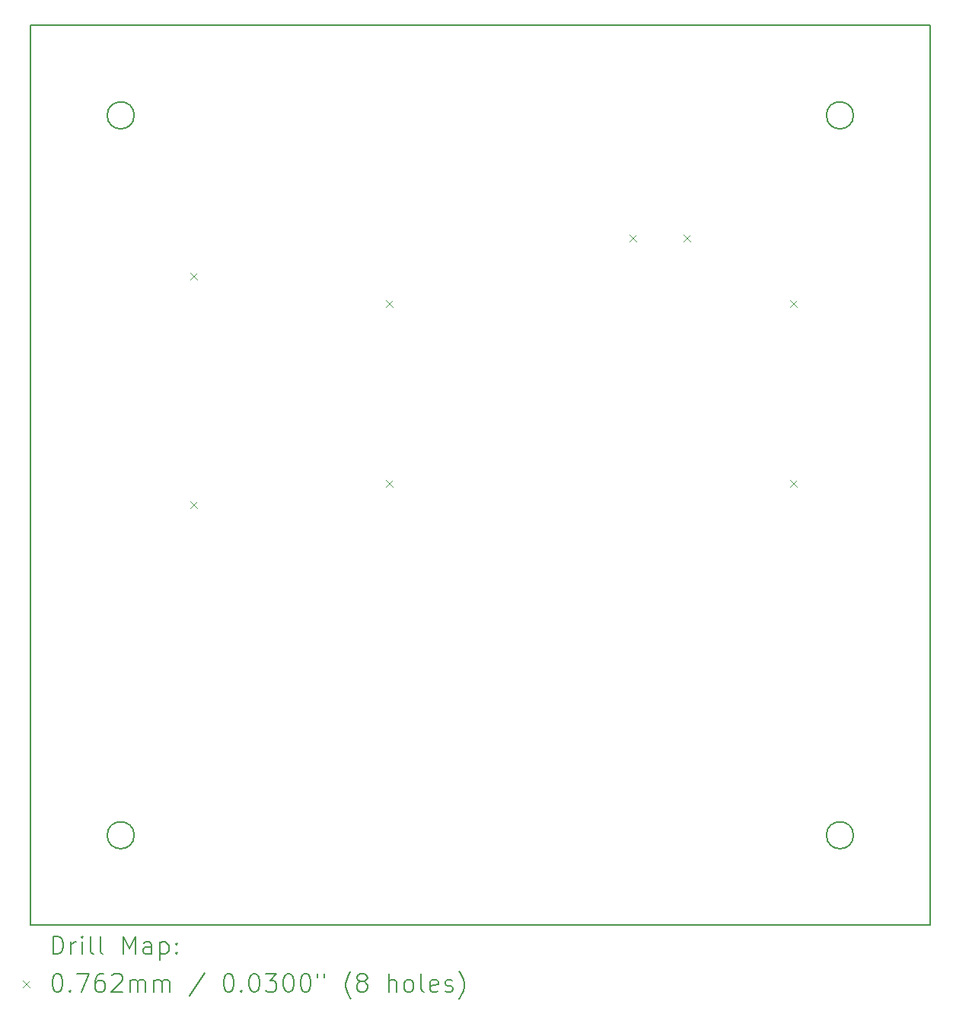
<source format=gbr>
%TF.GenerationSoftware,KiCad,Pcbnew,(6.0.7)*%
%TF.CreationDate,2022-09-05T15:17:20+08:00*%
%TF.ProjectId,6_7_3,365f375f-332e-46b6-9963-61645f706362,rev?*%
%TF.SameCoordinates,Original*%
%TF.FileFunction,Drillmap*%
%TF.FilePolarity,Positive*%
%FSLAX45Y45*%
G04 Gerber Fmt 4.5, Leading zero omitted, Abs format (unit mm)*
G04 Created by KiCad (PCBNEW (6.0.7)) date 2022-09-05 15:17:20*
%MOMM*%
%LPD*%
G01*
G04 APERTURE LIST*
%ADD10C,0.200000*%
%ADD11C,0.076200*%
G04 APERTURE END LIST*
D10*
X2350000Y-2200000D02*
G75*
G03*
X2350000Y-2200000I-150000J0D01*
G01*
X1200000Y-1200000D02*
X11200000Y-1200000D01*
X11200000Y-1200000D02*
X11200000Y-11200000D01*
X11200000Y-11200000D02*
X1200000Y-11200000D01*
X1200000Y-11200000D02*
X1200000Y-1200000D01*
X10350000Y-10200000D02*
G75*
G03*
X10350000Y-10200000I-150000J0D01*
G01*
X10350000Y-2200000D02*
G75*
G03*
X10350000Y-2200000I-150000J0D01*
G01*
X2350000Y-10200000D02*
G75*
G03*
X2350000Y-10200000I-150000J0D01*
G01*
D11*
X2976880Y-3947160D02*
X3053080Y-4023360D01*
X3053080Y-3947160D02*
X2976880Y-4023360D01*
X2976880Y-6487160D02*
X3053080Y-6563360D01*
X3053080Y-6487160D02*
X2976880Y-6563360D01*
X5146040Y-4252720D02*
X5222240Y-4328920D01*
X5222240Y-4252720D02*
X5146040Y-4328920D01*
X5146040Y-6252720D02*
X5222240Y-6328920D01*
X5222240Y-6252720D02*
X5146040Y-6328920D01*
X7863560Y-3528060D02*
X7939760Y-3604260D01*
X7939760Y-3528060D02*
X7863560Y-3604260D01*
X8463560Y-3528060D02*
X8539760Y-3604260D01*
X8539760Y-3528060D02*
X8463560Y-3604260D01*
X9644380Y-4252720D02*
X9720580Y-4328920D01*
X9720580Y-4252720D02*
X9644380Y-4328920D01*
X9644380Y-6252720D02*
X9720580Y-6328920D01*
X9720580Y-6252720D02*
X9644380Y-6328920D01*
D10*
X1447619Y-11520476D02*
X1447619Y-11320476D01*
X1495238Y-11320476D01*
X1523809Y-11330000D01*
X1542857Y-11349048D01*
X1552381Y-11368095D01*
X1561905Y-11406190D01*
X1561905Y-11434762D01*
X1552381Y-11472857D01*
X1542857Y-11491905D01*
X1523809Y-11510952D01*
X1495238Y-11520476D01*
X1447619Y-11520476D01*
X1647619Y-11520476D02*
X1647619Y-11387143D01*
X1647619Y-11425238D02*
X1657143Y-11406190D01*
X1666667Y-11396667D01*
X1685714Y-11387143D01*
X1704762Y-11387143D01*
X1771428Y-11520476D02*
X1771428Y-11387143D01*
X1771428Y-11320476D02*
X1761905Y-11330000D01*
X1771428Y-11339524D01*
X1780952Y-11330000D01*
X1771428Y-11320476D01*
X1771428Y-11339524D01*
X1895238Y-11520476D02*
X1876190Y-11510952D01*
X1866667Y-11491905D01*
X1866667Y-11320476D01*
X2000000Y-11520476D02*
X1980952Y-11510952D01*
X1971428Y-11491905D01*
X1971428Y-11320476D01*
X2228571Y-11520476D02*
X2228571Y-11320476D01*
X2295238Y-11463333D01*
X2361905Y-11320476D01*
X2361905Y-11520476D01*
X2542857Y-11520476D02*
X2542857Y-11415714D01*
X2533333Y-11396667D01*
X2514286Y-11387143D01*
X2476190Y-11387143D01*
X2457143Y-11396667D01*
X2542857Y-11510952D02*
X2523810Y-11520476D01*
X2476190Y-11520476D01*
X2457143Y-11510952D01*
X2447619Y-11491905D01*
X2447619Y-11472857D01*
X2457143Y-11453809D01*
X2476190Y-11444286D01*
X2523810Y-11444286D01*
X2542857Y-11434762D01*
X2638095Y-11387143D02*
X2638095Y-11587143D01*
X2638095Y-11396667D02*
X2657143Y-11387143D01*
X2695238Y-11387143D01*
X2714286Y-11396667D01*
X2723810Y-11406190D01*
X2733333Y-11425238D01*
X2733333Y-11482381D01*
X2723810Y-11501428D01*
X2714286Y-11510952D01*
X2695238Y-11520476D01*
X2657143Y-11520476D01*
X2638095Y-11510952D01*
X2819048Y-11501428D02*
X2828571Y-11510952D01*
X2819048Y-11520476D01*
X2809524Y-11510952D01*
X2819048Y-11501428D01*
X2819048Y-11520476D01*
X2819048Y-11396667D02*
X2828571Y-11406190D01*
X2819048Y-11415714D01*
X2809524Y-11406190D01*
X2819048Y-11396667D01*
X2819048Y-11415714D01*
D11*
X1113800Y-11811900D02*
X1190000Y-11888100D01*
X1190000Y-11811900D02*
X1113800Y-11888100D01*
D10*
X1485714Y-11740476D02*
X1504762Y-11740476D01*
X1523809Y-11750000D01*
X1533333Y-11759524D01*
X1542857Y-11778571D01*
X1552381Y-11816667D01*
X1552381Y-11864286D01*
X1542857Y-11902381D01*
X1533333Y-11921428D01*
X1523809Y-11930952D01*
X1504762Y-11940476D01*
X1485714Y-11940476D01*
X1466667Y-11930952D01*
X1457143Y-11921428D01*
X1447619Y-11902381D01*
X1438095Y-11864286D01*
X1438095Y-11816667D01*
X1447619Y-11778571D01*
X1457143Y-11759524D01*
X1466667Y-11750000D01*
X1485714Y-11740476D01*
X1638095Y-11921428D02*
X1647619Y-11930952D01*
X1638095Y-11940476D01*
X1628571Y-11930952D01*
X1638095Y-11921428D01*
X1638095Y-11940476D01*
X1714286Y-11740476D02*
X1847619Y-11740476D01*
X1761905Y-11940476D01*
X2009524Y-11740476D02*
X1971428Y-11740476D01*
X1952381Y-11750000D01*
X1942857Y-11759524D01*
X1923809Y-11788095D01*
X1914286Y-11826190D01*
X1914286Y-11902381D01*
X1923809Y-11921428D01*
X1933333Y-11930952D01*
X1952381Y-11940476D01*
X1990476Y-11940476D01*
X2009524Y-11930952D01*
X2019048Y-11921428D01*
X2028571Y-11902381D01*
X2028571Y-11854762D01*
X2019048Y-11835714D01*
X2009524Y-11826190D01*
X1990476Y-11816667D01*
X1952381Y-11816667D01*
X1933333Y-11826190D01*
X1923809Y-11835714D01*
X1914286Y-11854762D01*
X2104762Y-11759524D02*
X2114286Y-11750000D01*
X2133333Y-11740476D01*
X2180952Y-11740476D01*
X2200000Y-11750000D01*
X2209524Y-11759524D01*
X2219048Y-11778571D01*
X2219048Y-11797619D01*
X2209524Y-11826190D01*
X2095238Y-11940476D01*
X2219048Y-11940476D01*
X2304762Y-11940476D02*
X2304762Y-11807143D01*
X2304762Y-11826190D02*
X2314286Y-11816667D01*
X2333333Y-11807143D01*
X2361905Y-11807143D01*
X2380952Y-11816667D01*
X2390476Y-11835714D01*
X2390476Y-11940476D01*
X2390476Y-11835714D02*
X2400000Y-11816667D01*
X2419048Y-11807143D01*
X2447619Y-11807143D01*
X2466667Y-11816667D01*
X2476190Y-11835714D01*
X2476190Y-11940476D01*
X2571429Y-11940476D02*
X2571429Y-11807143D01*
X2571429Y-11826190D02*
X2580952Y-11816667D01*
X2600000Y-11807143D01*
X2628571Y-11807143D01*
X2647619Y-11816667D01*
X2657143Y-11835714D01*
X2657143Y-11940476D01*
X2657143Y-11835714D02*
X2666667Y-11816667D01*
X2685714Y-11807143D01*
X2714286Y-11807143D01*
X2733333Y-11816667D01*
X2742857Y-11835714D01*
X2742857Y-11940476D01*
X3133333Y-11730952D02*
X2961905Y-11988095D01*
X3390476Y-11740476D02*
X3409524Y-11740476D01*
X3428571Y-11750000D01*
X3438095Y-11759524D01*
X3447619Y-11778571D01*
X3457143Y-11816667D01*
X3457143Y-11864286D01*
X3447619Y-11902381D01*
X3438095Y-11921428D01*
X3428571Y-11930952D01*
X3409524Y-11940476D01*
X3390476Y-11940476D01*
X3371428Y-11930952D01*
X3361905Y-11921428D01*
X3352381Y-11902381D01*
X3342857Y-11864286D01*
X3342857Y-11816667D01*
X3352381Y-11778571D01*
X3361905Y-11759524D01*
X3371428Y-11750000D01*
X3390476Y-11740476D01*
X3542857Y-11921428D02*
X3552381Y-11930952D01*
X3542857Y-11940476D01*
X3533333Y-11930952D01*
X3542857Y-11921428D01*
X3542857Y-11940476D01*
X3676190Y-11740476D02*
X3695238Y-11740476D01*
X3714286Y-11750000D01*
X3723809Y-11759524D01*
X3733333Y-11778571D01*
X3742857Y-11816667D01*
X3742857Y-11864286D01*
X3733333Y-11902381D01*
X3723809Y-11921428D01*
X3714286Y-11930952D01*
X3695238Y-11940476D01*
X3676190Y-11940476D01*
X3657143Y-11930952D01*
X3647619Y-11921428D01*
X3638095Y-11902381D01*
X3628571Y-11864286D01*
X3628571Y-11816667D01*
X3638095Y-11778571D01*
X3647619Y-11759524D01*
X3657143Y-11750000D01*
X3676190Y-11740476D01*
X3809524Y-11740476D02*
X3933333Y-11740476D01*
X3866667Y-11816667D01*
X3895238Y-11816667D01*
X3914286Y-11826190D01*
X3923809Y-11835714D01*
X3933333Y-11854762D01*
X3933333Y-11902381D01*
X3923809Y-11921428D01*
X3914286Y-11930952D01*
X3895238Y-11940476D01*
X3838095Y-11940476D01*
X3819048Y-11930952D01*
X3809524Y-11921428D01*
X4057143Y-11740476D02*
X4076190Y-11740476D01*
X4095238Y-11750000D01*
X4104762Y-11759524D01*
X4114286Y-11778571D01*
X4123809Y-11816667D01*
X4123809Y-11864286D01*
X4114286Y-11902381D01*
X4104762Y-11921428D01*
X4095238Y-11930952D01*
X4076190Y-11940476D01*
X4057143Y-11940476D01*
X4038095Y-11930952D01*
X4028571Y-11921428D01*
X4019048Y-11902381D01*
X4009524Y-11864286D01*
X4009524Y-11816667D01*
X4019048Y-11778571D01*
X4028571Y-11759524D01*
X4038095Y-11750000D01*
X4057143Y-11740476D01*
X4247619Y-11740476D02*
X4266667Y-11740476D01*
X4285714Y-11750000D01*
X4295238Y-11759524D01*
X4304762Y-11778571D01*
X4314286Y-11816667D01*
X4314286Y-11864286D01*
X4304762Y-11902381D01*
X4295238Y-11921428D01*
X4285714Y-11930952D01*
X4266667Y-11940476D01*
X4247619Y-11940476D01*
X4228571Y-11930952D01*
X4219048Y-11921428D01*
X4209524Y-11902381D01*
X4200000Y-11864286D01*
X4200000Y-11816667D01*
X4209524Y-11778571D01*
X4219048Y-11759524D01*
X4228571Y-11750000D01*
X4247619Y-11740476D01*
X4390476Y-11740476D02*
X4390476Y-11778571D01*
X4466667Y-11740476D02*
X4466667Y-11778571D01*
X4761905Y-12016667D02*
X4752381Y-12007143D01*
X4733333Y-11978571D01*
X4723810Y-11959524D01*
X4714286Y-11930952D01*
X4704762Y-11883333D01*
X4704762Y-11845238D01*
X4714286Y-11797619D01*
X4723810Y-11769048D01*
X4733333Y-11750000D01*
X4752381Y-11721428D01*
X4761905Y-11711905D01*
X4866667Y-11826190D02*
X4847619Y-11816667D01*
X4838095Y-11807143D01*
X4828571Y-11788095D01*
X4828571Y-11778571D01*
X4838095Y-11759524D01*
X4847619Y-11750000D01*
X4866667Y-11740476D01*
X4904762Y-11740476D01*
X4923810Y-11750000D01*
X4933333Y-11759524D01*
X4942857Y-11778571D01*
X4942857Y-11788095D01*
X4933333Y-11807143D01*
X4923810Y-11816667D01*
X4904762Y-11826190D01*
X4866667Y-11826190D01*
X4847619Y-11835714D01*
X4838095Y-11845238D01*
X4828571Y-11864286D01*
X4828571Y-11902381D01*
X4838095Y-11921428D01*
X4847619Y-11930952D01*
X4866667Y-11940476D01*
X4904762Y-11940476D01*
X4923810Y-11930952D01*
X4933333Y-11921428D01*
X4942857Y-11902381D01*
X4942857Y-11864286D01*
X4933333Y-11845238D01*
X4923810Y-11835714D01*
X4904762Y-11826190D01*
X5180952Y-11940476D02*
X5180952Y-11740476D01*
X5266667Y-11940476D02*
X5266667Y-11835714D01*
X5257143Y-11816667D01*
X5238095Y-11807143D01*
X5209524Y-11807143D01*
X5190476Y-11816667D01*
X5180952Y-11826190D01*
X5390476Y-11940476D02*
X5371429Y-11930952D01*
X5361905Y-11921428D01*
X5352381Y-11902381D01*
X5352381Y-11845238D01*
X5361905Y-11826190D01*
X5371429Y-11816667D01*
X5390476Y-11807143D01*
X5419048Y-11807143D01*
X5438095Y-11816667D01*
X5447619Y-11826190D01*
X5457143Y-11845238D01*
X5457143Y-11902381D01*
X5447619Y-11921428D01*
X5438095Y-11930952D01*
X5419048Y-11940476D01*
X5390476Y-11940476D01*
X5571429Y-11940476D02*
X5552381Y-11930952D01*
X5542857Y-11911905D01*
X5542857Y-11740476D01*
X5723809Y-11930952D02*
X5704762Y-11940476D01*
X5666667Y-11940476D01*
X5647619Y-11930952D01*
X5638095Y-11911905D01*
X5638095Y-11835714D01*
X5647619Y-11816667D01*
X5666667Y-11807143D01*
X5704762Y-11807143D01*
X5723809Y-11816667D01*
X5733333Y-11835714D01*
X5733333Y-11854762D01*
X5638095Y-11873809D01*
X5809524Y-11930952D02*
X5828571Y-11940476D01*
X5866667Y-11940476D01*
X5885714Y-11930952D01*
X5895238Y-11911905D01*
X5895238Y-11902381D01*
X5885714Y-11883333D01*
X5866667Y-11873809D01*
X5838095Y-11873809D01*
X5819048Y-11864286D01*
X5809524Y-11845238D01*
X5809524Y-11835714D01*
X5819048Y-11816667D01*
X5838095Y-11807143D01*
X5866667Y-11807143D01*
X5885714Y-11816667D01*
X5961905Y-12016667D02*
X5971428Y-12007143D01*
X5990476Y-11978571D01*
X6000000Y-11959524D01*
X6009524Y-11930952D01*
X6019048Y-11883333D01*
X6019048Y-11845238D01*
X6009524Y-11797619D01*
X6000000Y-11769048D01*
X5990476Y-11750000D01*
X5971428Y-11721428D01*
X5961905Y-11711905D01*
M02*

</source>
